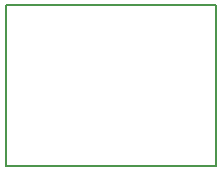
<source format=gm1>
G04 Layer_Color=16711935*
%FSLAX24Y24*%
%MOIN*%
G70*
G01*
G75*
%ADD20C,0.0060*%
D20*
X3590Y-2180D02*
Y3200D01*
X-3410Y-2180D02*
X3590D01*
X-3410D02*
Y3200D01*
X3590D01*
M02*

</source>
